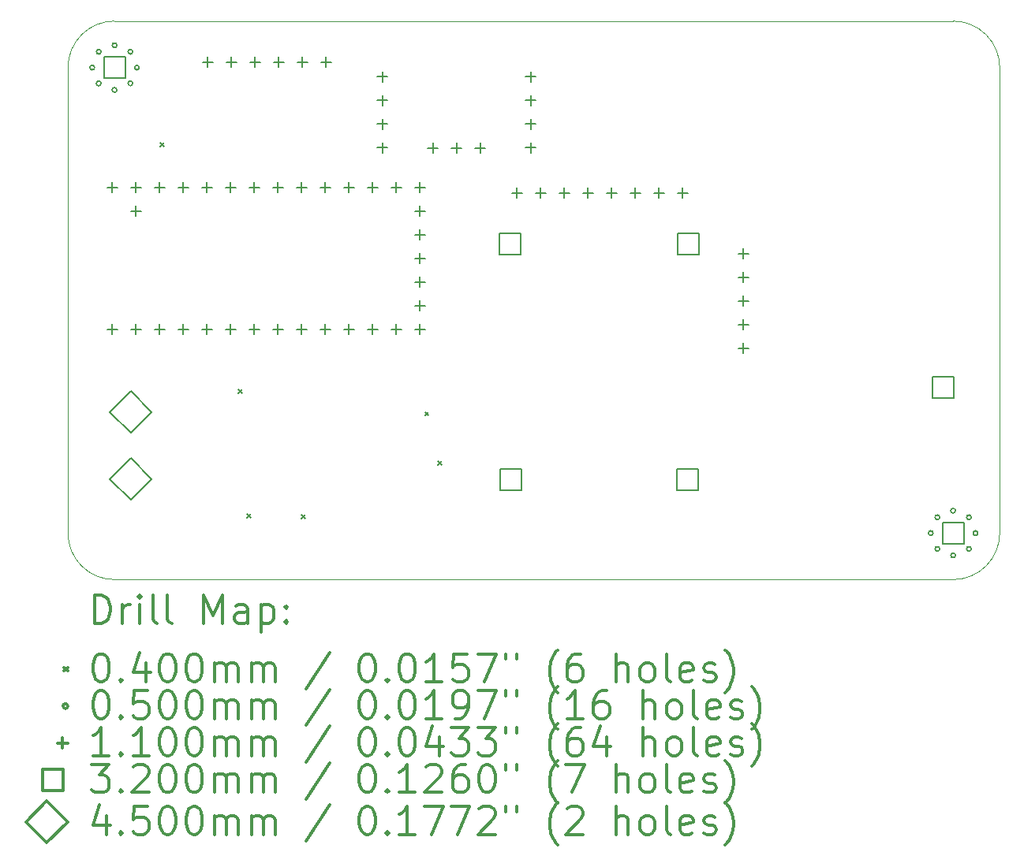
<source format=gbr>
%FSLAX45Y45*%
G04 Gerber Fmt 4.5, Leading zero omitted, Abs format (unit mm)*
G04 Created by KiCad (PCBNEW 5.1.10-88a1d61d58~88~ubuntu18.04.1) date 2021-05-26 13:38:08*
%MOMM*%
%LPD*%
G01*
G04 APERTURE LIST*
%TA.AperFunction,Profile*%
%ADD10C,0.050000*%
%TD*%
%ADD11C,0.200000*%
%ADD12C,0.300000*%
G04 APERTURE END LIST*
D10*
X13500000Y-9000000D02*
G75*
G02*
X13000000Y-9500000I-500000J0D01*
G01*
X4000000Y-9500000D02*
G75*
G02*
X3500000Y-9000000I0J500000D01*
G01*
X3500000Y-4000000D02*
G75*
G02*
X4000000Y-3500000I500000J0D01*
G01*
X13000000Y-3500000D02*
G75*
G02*
X13500000Y-4000000I0J-500000D01*
G01*
X3500000Y-9000000D02*
X3500000Y-4000000D01*
X13000000Y-9500000D02*
X4000000Y-9500000D01*
X13500000Y-4000000D02*
X13500000Y-9000000D01*
X4000000Y-3500000D02*
X13000000Y-3500000D01*
D11*
X4490002Y-4805000D02*
X4530002Y-4845000D01*
X4530002Y-4805000D02*
X4490002Y-4845000D01*
X5330000Y-7455000D02*
X5370000Y-7495000D01*
X5370000Y-7455000D02*
X5330000Y-7495000D01*
X5423749Y-8796251D02*
X5463749Y-8836251D01*
X5463749Y-8796251D02*
X5423749Y-8836251D01*
X6006250Y-8801250D02*
X6046250Y-8841250D01*
X6046250Y-8801250D02*
X6006250Y-8841250D01*
X7331250Y-7698750D02*
X7371250Y-7738750D01*
X7371250Y-7698750D02*
X7331250Y-7738750D01*
X7470000Y-8230000D02*
X7510000Y-8270000D01*
X7510000Y-8230000D02*
X7470000Y-8270000D01*
X3785000Y-4000000D02*
G75*
G03*
X3785000Y-4000000I-25000J0D01*
G01*
X3855294Y-3830294D02*
G75*
G03*
X3855294Y-3830294I-25000J0D01*
G01*
X3855294Y-4169706D02*
G75*
G03*
X3855294Y-4169706I-25000J0D01*
G01*
X4025000Y-3760000D02*
G75*
G03*
X4025000Y-3760000I-25000J0D01*
G01*
X4025000Y-4240000D02*
G75*
G03*
X4025000Y-4240000I-25000J0D01*
G01*
X4194706Y-3830294D02*
G75*
G03*
X4194706Y-3830294I-25000J0D01*
G01*
X4194706Y-4169706D02*
G75*
G03*
X4194706Y-4169706I-25000J0D01*
G01*
X4265000Y-4000000D02*
G75*
G03*
X4265000Y-4000000I-25000J0D01*
G01*
X12785000Y-9000000D02*
G75*
G03*
X12785000Y-9000000I-25000J0D01*
G01*
X12855294Y-8830294D02*
G75*
G03*
X12855294Y-8830294I-25000J0D01*
G01*
X12855294Y-9169706D02*
G75*
G03*
X12855294Y-9169706I-25000J0D01*
G01*
X13025000Y-8760000D02*
G75*
G03*
X13025000Y-8760000I-25000J0D01*
G01*
X13025000Y-9240000D02*
G75*
G03*
X13025000Y-9240000I-25000J0D01*
G01*
X13194706Y-8830294D02*
G75*
G03*
X13194706Y-8830294I-25000J0D01*
G01*
X13194706Y-9169706D02*
G75*
G03*
X13194706Y-9169706I-25000J0D01*
G01*
X13265000Y-9000000D02*
G75*
G03*
X13265000Y-9000000I-25000J0D01*
G01*
X3974000Y-5233000D02*
X3974000Y-5343000D01*
X3919000Y-5288000D02*
X4029000Y-5288000D01*
X3974000Y-6757000D02*
X3974000Y-6867000D01*
X3919000Y-6812000D02*
X4029000Y-6812000D01*
X4228000Y-5233000D02*
X4228000Y-5343000D01*
X4173000Y-5288000D02*
X4283000Y-5288000D01*
X4228000Y-5487000D02*
X4228000Y-5597000D01*
X4173000Y-5542000D02*
X4283000Y-5542000D01*
X4228000Y-6757000D02*
X4228000Y-6867000D01*
X4173000Y-6812000D02*
X4283000Y-6812000D01*
X4482000Y-5233000D02*
X4482000Y-5343000D01*
X4427000Y-5288000D02*
X4537000Y-5288000D01*
X4482000Y-6757000D02*
X4482000Y-6867000D01*
X4427000Y-6812000D02*
X4537000Y-6812000D01*
X4736000Y-5233000D02*
X4736000Y-5343000D01*
X4681000Y-5288000D02*
X4791000Y-5288000D01*
X4736000Y-6757000D02*
X4736000Y-6867000D01*
X4681000Y-6812000D02*
X4791000Y-6812000D01*
X4990000Y-5233000D02*
X4990000Y-5343000D01*
X4935000Y-5288000D02*
X5045000Y-5288000D01*
X4990000Y-6757000D02*
X4990000Y-6867000D01*
X4935000Y-6812000D02*
X5045000Y-6812000D01*
X5000000Y-3884000D02*
X5000000Y-3994000D01*
X4945000Y-3939000D02*
X5055000Y-3939000D01*
X5244000Y-5233000D02*
X5244000Y-5343000D01*
X5189000Y-5288000D02*
X5299000Y-5288000D01*
X5244000Y-6757000D02*
X5244000Y-6867000D01*
X5189000Y-6812000D02*
X5299000Y-6812000D01*
X5254000Y-3884000D02*
X5254000Y-3994000D01*
X5199000Y-3939000D02*
X5309000Y-3939000D01*
X5498000Y-5233000D02*
X5498000Y-5343000D01*
X5443000Y-5288000D02*
X5553000Y-5288000D01*
X5498000Y-6757000D02*
X5498000Y-6867000D01*
X5443000Y-6812000D02*
X5553000Y-6812000D01*
X5508000Y-3884000D02*
X5508000Y-3994000D01*
X5453000Y-3939000D02*
X5563000Y-3939000D01*
X5752000Y-5233000D02*
X5752000Y-5343000D01*
X5697000Y-5288000D02*
X5807000Y-5288000D01*
X5752000Y-6757000D02*
X5752000Y-6867000D01*
X5697000Y-6812000D02*
X5807000Y-6812000D01*
X5762000Y-3884000D02*
X5762000Y-3994000D01*
X5707000Y-3939000D02*
X5817000Y-3939000D01*
X6006000Y-5233000D02*
X6006000Y-5343000D01*
X5951000Y-5288000D02*
X6061000Y-5288000D01*
X6006000Y-6757000D02*
X6006000Y-6867000D01*
X5951000Y-6812000D02*
X6061000Y-6812000D01*
X6016000Y-3884000D02*
X6016000Y-3994000D01*
X5961000Y-3939000D02*
X6071000Y-3939000D01*
X6260000Y-5233000D02*
X6260000Y-5343000D01*
X6205000Y-5288000D02*
X6315000Y-5288000D01*
X6260000Y-6757000D02*
X6260000Y-6867000D01*
X6205000Y-6812000D02*
X6315000Y-6812000D01*
X6270000Y-3884000D02*
X6270000Y-3994000D01*
X6215000Y-3939000D02*
X6325000Y-3939000D01*
X6514000Y-5233000D02*
X6514000Y-5343000D01*
X6459000Y-5288000D02*
X6569000Y-5288000D01*
X6514000Y-6757000D02*
X6514000Y-6867000D01*
X6459000Y-6812000D02*
X6569000Y-6812000D01*
X6768000Y-5233000D02*
X6768000Y-5343000D01*
X6713000Y-5288000D02*
X6823000Y-5288000D01*
X6768000Y-6757000D02*
X6768000Y-6867000D01*
X6713000Y-6812000D02*
X6823000Y-6812000D01*
X6873000Y-4042000D02*
X6873000Y-4152000D01*
X6818000Y-4097000D02*
X6928000Y-4097000D01*
X6873000Y-4296000D02*
X6873000Y-4406000D01*
X6818000Y-4351000D02*
X6928000Y-4351000D01*
X6873000Y-4550000D02*
X6873000Y-4660000D01*
X6818000Y-4605000D02*
X6928000Y-4605000D01*
X6873000Y-4804000D02*
X6873000Y-4914000D01*
X6818000Y-4859000D02*
X6928000Y-4859000D01*
X7022000Y-5233000D02*
X7022000Y-5343000D01*
X6967000Y-5288000D02*
X7077000Y-5288000D01*
X7022000Y-6757000D02*
X7022000Y-6867000D01*
X6967000Y-6812000D02*
X7077000Y-6812000D01*
X7276000Y-5233000D02*
X7276000Y-5343000D01*
X7221000Y-5288000D02*
X7331000Y-5288000D01*
X7276000Y-5487000D02*
X7276000Y-5597000D01*
X7221000Y-5542000D02*
X7331000Y-5542000D01*
X7276000Y-5741000D02*
X7276000Y-5851000D01*
X7221000Y-5796000D02*
X7331000Y-5796000D01*
X7276000Y-5995000D02*
X7276000Y-6105000D01*
X7221000Y-6050000D02*
X7331000Y-6050000D01*
X7276000Y-6249000D02*
X7276000Y-6359000D01*
X7221000Y-6304000D02*
X7331000Y-6304000D01*
X7276000Y-6503000D02*
X7276000Y-6613000D01*
X7221000Y-6558000D02*
X7331000Y-6558000D01*
X7276000Y-6757000D02*
X7276000Y-6867000D01*
X7221000Y-6812000D02*
X7331000Y-6812000D01*
X7416000Y-4809000D02*
X7416000Y-4919000D01*
X7361000Y-4864000D02*
X7471000Y-4864000D01*
X7670000Y-4809000D02*
X7670000Y-4919000D01*
X7615000Y-4864000D02*
X7725000Y-4864000D01*
X7924000Y-4809000D02*
X7924000Y-4919000D01*
X7869000Y-4864000D02*
X7979000Y-4864000D01*
X8319500Y-5291000D02*
X8319500Y-5401000D01*
X8264500Y-5346000D02*
X8374500Y-5346000D01*
X8467000Y-4042000D02*
X8467000Y-4152000D01*
X8412000Y-4097000D02*
X8522000Y-4097000D01*
X8467000Y-4296000D02*
X8467000Y-4406000D01*
X8412000Y-4351000D02*
X8522000Y-4351000D01*
X8467000Y-4550000D02*
X8467000Y-4660000D01*
X8412000Y-4605000D02*
X8522000Y-4605000D01*
X8467000Y-4804000D02*
X8467000Y-4914000D01*
X8412000Y-4859000D02*
X8522000Y-4859000D01*
X8573500Y-5291000D02*
X8573500Y-5401000D01*
X8518500Y-5346000D02*
X8628500Y-5346000D01*
X8827500Y-5291000D02*
X8827500Y-5401000D01*
X8772500Y-5346000D02*
X8882500Y-5346000D01*
X9081500Y-5291000D02*
X9081500Y-5401000D01*
X9026500Y-5346000D02*
X9136500Y-5346000D01*
X9335500Y-5291000D02*
X9335500Y-5401000D01*
X9280500Y-5346000D02*
X9390500Y-5346000D01*
X9589500Y-5291000D02*
X9589500Y-5401000D01*
X9534500Y-5346000D02*
X9644500Y-5346000D01*
X9843500Y-5291000D02*
X9843500Y-5401000D01*
X9788500Y-5346000D02*
X9898500Y-5346000D01*
X10097500Y-5291000D02*
X10097500Y-5401000D01*
X10042500Y-5346000D02*
X10152500Y-5346000D01*
X10748000Y-5943000D02*
X10748000Y-6053000D01*
X10693000Y-5998000D02*
X10803000Y-5998000D01*
X10748000Y-6197000D02*
X10748000Y-6307000D01*
X10693000Y-6252000D02*
X10803000Y-6252000D01*
X10748000Y-6451000D02*
X10748000Y-6561000D01*
X10693000Y-6506000D02*
X10803000Y-6506000D01*
X10748000Y-6705000D02*
X10748000Y-6815000D01*
X10693000Y-6760000D02*
X10803000Y-6760000D01*
X10748000Y-6959000D02*
X10748000Y-7069000D01*
X10693000Y-7014000D02*
X10803000Y-7014000D01*
X4113138Y-4113138D02*
X4113138Y-3886862D01*
X3886862Y-3886862D01*
X3886862Y-4113138D01*
X4113138Y-4113138D01*
X8355638Y-6006138D02*
X8355638Y-5779862D01*
X8129362Y-5779862D01*
X8129362Y-6006138D01*
X8355638Y-6006138D01*
X8365638Y-8540138D02*
X8365638Y-8313862D01*
X8139362Y-8313862D01*
X8139362Y-8540138D01*
X8365638Y-8540138D01*
X10260638Y-8540138D02*
X10260638Y-8313862D01*
X10034362Y-8313862D01*
X10034362Y-8540138D01*
X10260638Y-8540138D01*
X10270638Y-6006138D02*
X10270638Y-5779862D01*
X10044362Y-5779862D01*
X10044362Y-6006138D01*
X10270638Y-6006138D01*
X13007138Y-7549138D02*
X13007138Y-7322862D01*
X12780862Y-7322862D01*
X12780862Y-7549138D01*
X13007138Y-7549138D01*
X13113138Y-9113138D02*
X13113138Y-8886862D01*
X12886862Y-8886862D01*
X12886862Y-9113138D01*
X13113138Y-9113138D01*
X4175000Y-7925000D02*
X4400000Y-7700000D01*
X4175000Y-7475000D01*
X3950000Y-7700000D01*
X4175000Y-7925000D01*
X4175000Y-8645000D02*
X4400000Y-8420000D01*
X4175000Y-8195000D01*
X3950000Y-8420000D01*
X4175000Y-8645000D01*
D12*
X3783928Y-9968214D02*
X3783928Y-9668214D01*
X3855357Y-9668214D01*
X3898214Y-9682500D01*
X3926786Y-9711072D01*
X3941071Y-9739643D01*
X3955357Y-9796786D01*
X3955357Y-9839643D01*
X3941071Y-9896786D01*
X3926786Y-9925357D01*
X3898214Y-9953929D01*
X3855357Y-9968214D01*
X3783928Y-9968214D01*
X4083928Y-9968214D02*
X4083928Y-9768214D01*
X4083928Y-9825357D02*
X4098214Y-9796786D01*
X4112500Y-9782500D01*
X4141071Y-9768214D01*
X4169643Y-9768214D01*
X4269643Y-9968214D02*
X4269643Y-9768214D01*
X4269643Y-9668214D02*
X4255357Y-9682500D01*
X4269643Y-9696786D01*
X4283928Y-9682500D01*
X4269643Y-9668214D01*
X4269643Y-9696786D01*
X4455357Y-9968214D02*
X4426786Y-9953929D01*
X4412500Y-9925357D01*
X4412500Y-9668214D01*
X4612500Y-9968214D02*
X4583928Y-9953929D01*
X4569643Y-9925357D01*
X4569643Y-9668214D01*
X4955357Y-9968214D02*
X4955357Y-9668214D01*
X5055357Y-9882500D01*
X5155357Y-9668214D01*
X5155357Y-9968214D01*
X5426786Y-9968214D02*
X5426786Y-9811072D01*
X5412500Y-9782500D01*
X5383928Y-9768214D01*
X5326786Y-9768214D01*
X5298214Y-9782500D01*
X5426786Y-9953929D02*
X5398214Y-9968214D01*
X5326786Y-9968214D01*
X5298214Y-9953929D01*
X5283928Y-9925357D01*
X5283928Y-9896786D01*
X5298214Y-9868214D01*
X5326786Y-9853929D01*
X5398214Y-9853929D01*
X5426786Y-9839643D01*
X5569643Y-9768214D02*
X5569643Y-10068214D01*
X5569643Y-9782500D02*
X5598214Y-9768214D01*
X5655357Y-9768214D01*
X5683928Y-9782500D01*
X5698214Y-9796786D01*
X5712500Y-9825357D01*
X5712500Y-9911072D01*
X5698214Y-9939643D01*
X5683928Y-9953929D01*
X5655357Y-9968214D01*
X5598214Y-9968214D01*
X5569643Y-9953929D01*
X5841071Y-9939643D02*
X5855357Y-9953929D01*
X5841071Y-9968214D01*
X5826786Y-9953929D01*
X5841071Y-9939643D01*
X5841071Y-9968214D01*
X5841071Y-9782500D02*
X5855357Y-9796786D01*
X5841071Y-9811072D01*
X5826786Y-9796786D01*
X5841071Y-9782500D01*
X5841071Y-9811072D01*
X3457500Y-10442500D02*
X3497500Y-10482500D01*
X3497500Y-10442500D02*
X3457500Y-10482500D01*
X3841071Y-10298214D02*
X3869643Y-10298214D01*
X3898214Y-10312500D01*
X3912500Y-10326786D01*
X3926786Y-10355357D01*
X3941071Y-10412500D01*
X3941071Y-10483929D01*
X3926786Y-10541072D01*
X3912500Y-10569643D01*
X3898214Y-10583929D01*
X3869643Y-10598214D01*
X3841071Y-10598214D01*
X3812500Y-10583929D01*
X3798214Y-10569643D01*
X3783928Y-10541072D01*
X3769643Y-10483929D01*
X3769643Y-10412500D01*
X3783928Y-10355357D01*
X3798214Y-10326786D01*
X3812500Y-10312500D01*
X3841071Y-10298214D01*
X4069643Y-10569643D02*
X4083928Y-10583929D01*
X4069643Y-10598214D01*
X4055357Y-10583929D01*
X4069643Y-10569643D01*
X4069643Y-10598214D01*
X4341071Y-10398214D02*
X4341071Y-10598214D01*
X4269643Y-10283929D02*
X4198214Y-10498214D01*
X4383928Y-10498214D01*
X4555357Y-10298214D02*
X4583928Y-10298214D01*
X4612500Y-10312500D01*
X4626786Y-10326786D01*
X4641071Y-10355357D01*
X4655357Y-10412500D01*
X4655357Y-10483929D01*
X4641071Y-10541072D01*
X4626786Y-10569643D01*
X4612500Y-10583929D01*
X4583928Y-10598214D01*
X4555357Y-10598214D01*
X4526786Y-10583929D01*
X4512500Y-10569643D01*
X4498214Y-10541072D01*
X4483928Y-10483929D01*
X4483928Y-10412500D01*
X4498214Y-10355357D01*
X4512500Y-10326786D01*
X4526786Y-10312500D01*
X4555357Y-10298214D01*
X4841071Y-10298214D02*
X4869643Y-10298214D01*
X4898214Y-10312500D01*
X4912500Y-10326786D01*
X4926786Y-10355357D01*
X4941071Y-10412500D01*
X4941071Y-10483929D01*
X4926786Y-10541072D01*
X4912500Y-10569643D01*
X4898214Y-10583929D01*
X4869643Y-10598214D01*
X4841071Y-10598214D01*
X4812500Y-10583929D01*
X4798214Y-10569643D01*
X4783928Y-10541072D01*
X4769643Y-10483929D01*
X4769643Y-10412500D01*
X4783928Y-10355357D01*
X4798214Y-10326786D01*
X4812500Y-10312500D01*
X4841071Y-10298214D01*
X5069643Y-10598214D02*
X5069643Y-10398214D01*
X5069643Y-10426786D02*
X5083928Y-10412500D01*
X5112500Y-10398214D01*
X5155357Y-10398214D01*
X5183928Y-10412500D01*
X5198214Y-10441072D01*
X5198214Y-10598214D01*
X5198214Y-10441072D02*
X5212500Y-10412500D01*
X5241071Y-10398214D01*
X5283928Y-10398214D01*
X5312500Y-10412500D01*
X5326786Y-10441072D01*
X5326786Y-10598214D01*
X5469643Y-10598214D02*
X5469643Y-10398214D01*
X5469643Y-10426786D02*
X5483928Y-10412500D01*
X5512500Y-10398214D01*
X5555357Y-10398214D01*
X5583928Y-10412500D01*
X5598214Y-10441072D01*
X5598214Y-10598214D01*
X5598214Y-10441072D02*
X5612500Y-10412500D01*
X5641071Y-10398214D01*
X5683928Y-10398214D01*
X5712500Y-10412500D01*
X5726786Y-10441072D01*
X5726786Y-10598214D01*
X6312500Y-10283929D02*
X6055357Y-10669643D01*
X6698214Y-10298214D02*
X6726786Y-10298214D01*
X6755357Y-10312500D01*
X6769643Y-10326786D01*
X6783928Y-10355357D01*
X6798214Y-10412500D01*
X6798214Y-10483929D01*
X6783928Y-10541072D01*
X6769643Y-10569643D01*
X6755357Y-10583929D01*
X6726786Y-10598214D01*
X6698214Y-10598214D01*
X6669643Y-10583929D01*
X6655357Y-10569643D01*
X6641071Y-10541072D01*
X6626786Y-10483929D01*
X6626786Y-10412500D01*
X6641071Y-10355357D01*
X6655357Y-10326786D01*
X6669643Y-10312500D01*
X6698214Y-10298214D01*
X6926786Y-10569643D02*
X6941071Y-10583929D01*
X6926786Y-10598214D01*
X6912500Y-10583929D01*
X6926786Y-10569643D01*
X6926786Y-10598214D01*
X7126786Y-10298214D02*
X7155357Y-10298214D01*
X7183928Y-10312500D01*
X7198214Y-10326786D01*
X7212500Y-10355357D01*
X7226786Y-10412500D01*
X7226786Y-10483929D01*
X7212500Y-10541072D01*
X7198214Y-10569643D01*
X7183928Y-10583929D01*
X7155357Y-10598214D01*
X7126786Y-10598214D01*
X7098214Y-10583929D01*
X7083928Y-10569643D01*
X7069643Y-10541072D01*
X7055357Y-10483929D01*
X7055357Y-10412500D01*
X7069643Y-10355357D01*
X7083928Y-10326786D01*
X7098214Y-10312500D01*
X7126786Y-10298214D01*
X7512500Y-10598214D02*
X7341071Y-10598214D01*
X7426786Y-10598214D02*
X7426786Y-10298214D01*
X7398214Y-10341072D01*
X7369643Y-10369643D01*
X7341071Y-10383929D01*
X7783928Y-10298214D02*
X7641071Y-10298214D01*
X7626786Y-10441072D01*
X7641071Y-10426786D01*
X7669643Y-10412500D01*
X7741071Y-10412500D01*
X7769643Y-10426786D01*
X7783928Y-10441072D01*
X7798214Y-10469643D01*
X7798214Y-10541072D01*
X7783928Y-10569643D01*
X7769643Y-10583929D01*
X7741071Y-10598214D01*
X7669643Y-10598214D01*
X7641071Y-10583929D01*
X7626786Y-10569643D01*
X7898214Y-10298214D02*
X8098214Y-10298214D01*
X7969643Y-10598214D01*
X8198214Y-10298214D02*
X8198214Y-10355357D01*
X8312500Y-10298214D02*
X8312500Y-10355357D01*
X8755357Y-10712500D02*
X8741071Y-10698214D01*
X8712500Y-10655357D01*
X8698214Y-10626786D01*
X8683928Y-10583929D01*
X8669643Y-10512500D01*
X8669643Y-10455357D01*
X8683928Y-10383929D01*
X8698214Y-10341072D01*
X8712500Y-10312500D01*
X8741071Y-10269643D01*
X8755357Y-10255357D01*
X8998214Y-10298214D02*
X8941071Y-10298214D01*
X8912500Y-10312500D01*
X8898214Y-10326786D01*
X8869643Y-10369643D01*
X8855357Y-10426786D01*
X8855357Y-10541072D01*
X8869643Y-10569643D01*
X8883928Y-10583929D01*
X8912500Y-10598214D01*
X8969643Y-10598214D01*
X8998214Y-10583929D01*
X9012500Y-10569643D01*
X9026786Y-10541072D01*
X9026786Y-10469643D01*
X9012500Y-10441072D01*
X8998214Y-10426786D01*
X8969643Y-10412500D01*
X8912500Y-10412500D01*
X8883928Y-10426786D01*
X8869643Y-10441072D01*
X8855357Y-10469643D01*
X9383928Y-10598214D02*
X9383928Y-10298214D01*
X9512500Y-10598214D02*
X9512500Y-10441072D01*
X9498214Y-10412500D01*
X9469643Y-10398214D01*
X9426786Y-10398214D01*
X9398214Y-10412500D01*
X9383928Y-10426786D01*
X9698214Y-10598214D02*
X9669643Y-10583929D01*
X9655357Y-10569643D01*
X9641071Y-10541072D01*
X9641071Y-10455357D01*
X9655357Y-10426786D01*
X9669643Y-10412500D01*
X9698214Y-10398214D01*
X9741071Y-10398214D01*
X9769643Y-10412500D01*
X9783928Y-10426786D01*
X9798214Y-10455357D01*
X9798214Y-10541072D01*
X9783928Y-10569643D01*
X9769643Y-10583929D01*
X9741071Y-10598214D01*
X9698214Y-10598214D01*
X9969643Y-10598214D02*
X9941071Y-10583929D01*
X9926786Y-10555357D01*
X9926786Y-10298214D01*
X10198214Y-10583929D02*
X10169643Y-10598214D01*
X10112500Y-10598214D01*
X10083928Y-10583929D01*
X10069643Y-10555357D01*
X10069643Y-10441072D01*
X10083928Y-10412500D01*
X10112500Y-10398214D01*
X10169643Y-10398214D01*
X10198214Y-10412500D01*
X10212500Y-10441072D01*
X10212500Y-10469643D01*
X10069643Y-10498214D01*
X10326786Y-10583929D02*
X10355357Y-10598214D01*
X10412500Y-10598214D01*
X10441071Y-10583929D01*
X10455357Y-10555357D01*
X10455357Y-10541072D01*
X10441071Y-10512500D01*
X10412500Y-10498214D01*
X10369643Y-10498214D01*
X10341071Y-10483929D01*
X10326786Y-10455357D01*
X10326786Y-10441072D01*
X10341071Y-10412500D01*
X10369643Y-10398214D01*
X10412500Y-10398214D01*
X10441071Y-10412500D01*
X10555357Y-10712500D02*
X10569643Y-10698214D01*
X10598214Y-10655357D01*
X10612500Y-10626786D01*
X10626786Y-10583929D01*
X10641071Y-10512500D01*
X10641071Y-10455357D01*
X10626786Y-10383929D01*
X10612500Y-10341072D01*
X10598214Y-10312500D01*
X10569643Y-10269643D01*
X10555357Y-10255357D01*
X3497500Y-10858500D02*
G75*
G03*
X3497500Y-10858500I-25000J0D01*
G01*
X3841071Y-10694214D02*
X3869643Y-10694214D01*
X3898214Y-10708500D01*
X3912500Y-10722786D01*
X3926786Y-10751357D01*
X3941071Y-10808500D01*
X3941071Y-10879929D01*
X3926786Y-10937072D01*
X3912500Y-10965643D01*
X3898214Y-10979929D01*
X3869643Y-10994214D01*
X3841071Y-10994214D01*
X3812500Y-10979929D01*
X3798214Y-10965643D01*
X3783928Y-10937072D01*
X3769643Y-10879929D01*
X3769643Y-10808500D01*
X3783928Y-10751357D01*
X3798214Y-10722786D01*
X3812500Y-10708500D01*
X3841071Y-10694214D01*
X4069643Y-10965643D02*
X4083928Y-10979929D01*
X4069643Y-10994214D01*
X4055357Y-10979929D01*
X4069643Y-10965643D01*
X4069643Y-10994214D01*
X4355357Y-10694214D02*
X4212500Y-10694214D01*
X4198214Y-10837072D01*
X4212500Y-10822786D01*
X4241071Y-10808500D01*
X4312500Y-10808500D01*
X4341071Y-10822786D01*
X4355357Y-10837072D01*
X4369643Y-10865643D01*
X4369643Y-10937072D01*
X4355357Y-10965643D01*
X4341071Y-10979929D01*
X4312500Y-10994214D01*
X4241071Y-10994214D01*
X4212500Y-10979929D01*
X4198214Y-10965643D01*
X4555357Y-10694214D02*
X4583928Y-10694214D01*
X4612500Y-10708500D01*
X4626786Y-10722786D01*
X4641071Y-10751357D01*
X4655357Y-10808500D01*
X4655357Y-10879929D01*
X4641071Y-10937072D01*
X4626786Y-10965643D01*
X4612500Y-10979929D01*
X4583928Y-10994214D01*
X4555357Y-10994214D01*
X4526786Y-10979929D01*
X4512500Y-10965643D01*
X4498214Y-10937072D01*
X4483928Y-10879929D01*
X4483928Y-10808500D01*
X4498214Y-10751357D01*
X4512500Y-10722786D01*
X4526786Y-10708500D01*
X4555357Y-10694214D01*
X4841071Y-10694214D02*
X4869643Y-10694214D01*
X4898214Y-10708500D01*
X4912500Y-10722786D01*
X4926786Y-10751357D01*
X4941071Y-10808500D01*
X4941071Y-10879929D01*
X4926786Y-10937072D01*
X4912500Y-10965643D01*
X4898214Y-10979929D01*
X4869643Y-10994214D01*
X4841071Y-10994214D01*
X4812500Y-10979929D01*
X4798214Y-10965643D01*
X4783928Y-10937072D01*
X4769643Y-10879929D01*
X4769643Y-10808500D01*
X4783928Y-10751357D01*
X4798214Y-10722786D01*
X4812500Y-10708500D01*
X4841071Y-10694214D01*
X5069643Y-10994214D02*
X5069643Y-10794214D01*
X5069643Y-10822786D02*
X5083928Y-10808500D01*
X5112500Y-10794214D01*
X5155357Y-10794214D01*
X5183928Y-10808500D01*
X5198214Y-10837072D01*
X5198214Y-10994214D01*
X5198214Y-10837072D02*
X5212500Y-10808500D01*
X5241071Y-10794214D01*
X5283928Y-10794214D01*
X5312500Y-10808500D01*
X5326786Y-10837072D01*
X5326786Y-10994214D01*
X5469643Y-10994214D02*
X5469643Y-10794214D01*
X5469643Y-10822786D02*
X5483928Y-10808500D01*
X5512500Y-10794214D01*
X5555357Y-10794214D01*
X5583928Y-10808500D01*
X5598214Y-10837072D01*
X5598214Y-10994214D01*
X5598214Y-10837072D02*
X5612500Y-10808500D01*
X5641071Y-10794214D01*
X5683928Y-10794214D01*
X5712500Y-10808500D01*
X5726786Y-10837072D01*
X5726786Y-10994214D01*
X6312500Y-10679929D02*
X6055357Y-11065643D01*
X6698214Y-10694214D02*
X6726786Y-10694214D01*
X6755357Y-10708500D01*
X6769643Y-10722786D01*
X6783928Y-10751357D01*
X6798214Y-10808500D01*
X6798214Y-10879929D01*
X6783928Y-10937072D01*
X6769643Y-10965643D01*
X6755357Y-10979929D01*
X6726786Y-10994214D01*
X6698214Y-10994214D01*
X6669643Y-10979929D01*
X6655357Y-10965643D01*
X6641071Y-10937072D01*
X6626786Y-10879929D01*
X6626786Y-10808500D01*
X6641071Y-10751357D01*
X6655357Y-10722786D01*
X6669643Y-10708500D01*
X6698214Y-10694214D01*
X6926786Y-10965643D02*
X6941071Y-10979929D01*
X6926786Y-10994214D01*
X6912500Y-10979929D01*
X6926786Y-10965643D01*
X6926786Y-10994214D01*
X7126786Y-10694214D02*
X7155357Y-10694214D01*
X7183928Y-10708500D01*
X7198214Y-10722786D01*
X7212500Y-10751357D01*
X7226786Y-10808500D01*
X7226786Y-10879929D01*
X7212500Y-10937072D01*
X7198214Y-10965643D01*
X7183928Y-10979929D01*
X7155357Y-10994214D01*
X7126786Y-10994214D01*
X7098214Y-10979929D01*
X7083928Y-10965643D01*
X7069643Y-10937072D01*
X7055357Y-10879929D01*
X7055357Y-10808500D01*
X7069643Y-10751357D01*
X7083928Y-10722786D01*
X7098214Y-10708500D01*
X7126786Y-10694214D01*
X7512500Y-10994214D02*
X7341071Y-10994214D01*
X7426786Y-10994214D02*
X7426786Y-10694214D01*
X7398214Y-10737072D01*
X7369643Y-10765643D01*
X7341071Y-10779929D01*
X7655357Y-10994214D02*
X7712500Y-10994214D01*
X7741071Y-10979929D01*
X7755357Y-10965643D01*
X7783928Y-10922786D01*
X7798214Y-10865643D01*
X7798214Y-10751357D01*
X7783928Y-10722786D01*
X7769643Y-10708500D01*
X7741071Y-10694214D01*
X7683928Y-10694214D01*
X7655357Y-10708500D01*
X7641071Y-10722786D01*
X7626786Y-10751357D01*
X7626786Y-10822786D01*
X7641071Y-10851357D01*
X7655357Y-10865643D01*
X7683928Y-10879929D01*
X7741071Y-10879929D01*
X7769643Y-10865643D01*
X7783928Y-10851357D01*
X7798214Y-10822786D01*
X7898214Y-10694214D02*
X8098214Y-10694214D01*
X7969643Y-10994214D01*
X8198214Y-10694214D02*
X8198214Y-10751357D01*
X8312500Y-10694214D02*
X8312500Y-10751357D01*
X8755357Y-11108500D02*
X8741071Y-11094214D01*
X8712500Y-11051357D01*
X8698214Y-11022786D01*
X8683928Y-10979929D01*
X8669643Y-10908500D01*
X8669643Y-10851357D01*
X8683928Y-10779929D01*
X8698214Y-10737072D01*
X8712500Y-10708500D01*
X8741071Y-10665643D01*
X8755357Y-10651357D01*
X9026786Y-10994214D02*
X8855357Y-10994214D01*
X8941071Y-10994214D02*
X8941071Y-10694214D01*
X8912500Y-10737072D01*
X8883928Y-10765643D01*
X8855357Y-10779929D01*
X9283928Y-10694214D02*
X9226786Y-10694214D01*
X9198214Y-10708500D01*
X9183928Y-10722786D01*
X9155357Y-10765643D01*
X9141071Y-10822786D01*
X9141071Y-10937072D01*
X9155357Y-10965643D01*
X9169643Y-10979929D01*
X9198214Y-10994214D01*
X9255357Y-10994214D01*
X9283928Y-10979929D01*
X9298214Y-10965643D01*
X9312500Y-10937072D01*
X9312500Y-10865643D01*
X9298214Y-10837072D01*
X9283928Y-10822786D01*
X9255357Y-10808500D01*
X9198214Y-10808500D01*
X9169643Y-10822786D01*
X9155357Y-10837072D01*
X9141071Y-10865643D01*
X9669643Y-10994214D02*
X9669643Y-10694214D01*
X9798214Y-10994214D02*
X9798214Y-10837072D01*
X9783928Y-10808500D01*
X9755357Y-10794214D01*
X9712500Y-10794214D01*
X9683928Y-10808500D01*
X9669643Y-10822786D01*
X9983928Y-10994214D02*
X9955357Y-10979929D01*
X9941071Y-10965643D01*
X9926786Y-10937072D01*
X9926786Y-10851357D01*
X9941071Y-10822786D01*
X9955357Y-10808500D01*
X9983928Y-10794214D01*
X10026786Y-10794214D01*
X10055357Y-10808500D01*
X10069643Y-10822786D01*
X10083928Y-10851357D01*
X10083928Y-10937072D01*
X10069643Y-10965643D01*
X10055357Y-10979929D01*
X10026786Y-10994214D01*
X9983928Y-10994214D01*
X10255357Y-10994214D02*
X10226786Y-10979929D01*
X10212500Y-10951357D01*
X10212500Y-10694214D01*
X10483928Y-10979929D02*
X10455357Y-10994214D01*
X10398214Y-10994214D01*
X10369643Y-10979929D01*
X10355357Y-10951357D01*
X10355357Y-10837072D01*
X10369643Y-10808500D01*
X10398214Y-10794214D01*
X10455357Y-10794214D01*
X10483928Y-10808500D01*
X10498214Y-10837072D01*
X10498214Y-10865643D01*
X10355357Y-10894214D01*
X10612500Y-10979929D02*
X10641071Y-10994214D01*
X10698214Y-10994214D01*
X10726786Y-10979929D01*
X10741071Y-10951357D01*
X10741071Y-10937072D01*
X10726786Y-10908500D01*
X10698214Y-10894214D01*
X10655357Y-10894214D01*
X10626786Y-10879929D01*
X10612500Y-10851357D01*
X10612500Y-10837072D01*
X10626786Y-10808500D01*
X10655357Y-10794214D01*
X10698214Y-10794214D01*
X10726786Y-10808500D01*
X10841071Y-11108500D02*
X10855357Y-11094214D01*
X10883928Y-11051357D01*
X10898214Y-11022786D01*
X10912500Y-10979929D01*
X10926786Y-10908500D01*
X10926786Y-10851357D01*
X10912500Y-10779929D01*
X10898214Y-10737072D01*
X10883928Y-10708500D01*
X10855357Y-10665643D01*
X10841071Y-10651357D01*
X3442500Y-11199500D02*
X3442500Y-11309500D01*
X3387500Y-11254500D02*
X3497500Y-11254500D01*
X3941071Y-11390214D02*
X3769643Y-11390214D01*
X3855357Y-11390214D02*
X3855357Y-11090214D01*
X3826786Y-11133072D01*
X3798214Y-11161643D01*
X3769643Y-11175929D01*
X4069643Y-11361643D02*
X4083928Y-11375929D01*
X4069643Y-11390214D01*
X4055357Y-11375929D01*
X4069643Y-11361643D01*
X4069643Y-11390214D01*
X4369643Y-11390214D02*
X4198214Y-11390214D01*
X4283928Y-11390214D02*
X4283928Y-11090214D01*
X4255357Y-11133072D01*
X4226786Y-11161643D01*
X4198214Y-11175929D01*
X4555357Y-11090214D02*
X4583928Y-11090214D01*
X4612500Y-11104500D01*
X4626786Y-11118786D01*
X4641071Y-11147357D01*
X4655357Y-11204500D01*
X4655357Y-11275929D01*
X4641071Y-11333071D01*
X4626786Y-11361643D01*
X4612500Y-11375929D01*
X4583928Y-11390214D01*
X4555357Y-11390214D01*
X4526786Y-11375929D01*
X4512500Y-11361643D01*
X4498214Y-11333071D01*
X4483928Y-11275929D01*
X4483928Y-11204500D01*
X4498214Y-11147357D01*
X4512500Y-11118786D01*
X4526786Y-11104500D01*
X4555357Y-11090214D01*
X4841071Y-11090214D02*
X4869643Y-11090214D01*
X4898214Y-11104500D01*
X4912500Y-11118786D01*
X4926786Y-11147357D01*
X4941071Y-11204500D01*
X4941071Y-11275929D01*
X4926786Y-11333071D01*
X4912500Y-11361643D01*
X4898214Y-11375929D01*
X4869643Y-11390214D01*
X4841071Y-11390214D01*
X4812500Y-11375929D01*
X4798214Y-11361643D01*
X4783928Y-11333071D01*
X4769643Y-11275929D01*
X4769643Y-11204500D01*
X4783928Y-11147357D01*
X4798214Y-11118786D01*
X4812500Y-11104500D01*
X4841071Y-11090214D01*
X5069643Y-11390214D02*
X5069643Y-11190214D01*
X5069643Y-11218786D02*
X5083928Y-11204500D01*
X5112500Y-11190214D01*
X5155357Y-11190214D01*
X5183928Y-11204500D01*
X5198214Y-11233071D01*
X5198214Y-11390214D01*
X5198214Y-11233071D02*
X5212500Y-11204500D01*
X5241071Y-11190214D01*
X5283928Y-11190214D01*
X5312500Y-11204500D01*
X5326786Y-11233071D01*
X5326786Y-11390214D01*
X5469643Y-11390214D02*
X5469643Y-11190214D01*
X5469643Y-11218786D02*
X5483928Y-11204500D01*
X5512500Y-11190214D01*
X5555357Y-11190214D01*
X5583928Y-11204500D01*
X5598214Y-11233071D01*
X5598214Y-11390214D01*
X5598214Y-11233071D02*
X5612500Y-11204500D01*
X5641071Y-11190214D01*
X5683928Y-11190214D01*
X5712500Y-11204500D01*
X5726786Y-11233071D01*
X5726786Y-11390214D01*
X6312500Y-11075929D02*
X6055357Y-11461643D01*
X6698214Y-11090214D02*
X6726786Y-11090214D01*
X6755357Y-11104500D01*
X6769643Y-11118786D01*
X6783928Y-11147357D01*
X6798214Y-11204500D01*
X6798214Y-11275929D01*
X6783928Y-11333071D01*
X6769643Y-11361643D01*
X6755357Y-11375929D01*
X6726786Y-11390214D01*
X6698214Y-11390214D01*
X6669643Y-11375929D01*
X6655357Y-11361643D01*
X6641071Y-11333071D01*
X6626786Y-11275929D01*
X6626786Y-11204500D01*
X6641071Y-11147357D01*
X6655357Y-11118786D01*
X6669643Y-11104500D01*
X6698214Y-11090214D01*
X6926786Y-11361643D02*
X6941071Y-11375929D01*
X6926786Y-11390214D01*
X6912500Y-11375929D01*
X6926786Y-11361643D01*
X6926786Y-11390214D01*
X7126786Y-11090214D02*
X7155357Y-11090214D01*
X7183928Y-11104500D01*
X7198214Y-11118786D01*
X7212500Y-11147357D01*
X7226786Y-11204500D01*
X7226786Y-11275929D01*
X7212500Y-11333071D01*
X7198214Y-11361643D01*
X7183928Y-11375929D01*
X7155357Y-11390214D01*
X7126786Y-11390214D01*
X7098214Y-11375929D01*
X7083928Y-11361643D01*
X7069643Y-11333071D01*
X7055357Y-11275929D01*
X7055357Y-11204500D01*
X7069643Y-11147357D01*
X7083928Y-11118786D01*
X7098214Y-11104500D01*
X7126786Y-11090214D01*
X7483928Y-11190214D02*
X7483928Y-11390214D01*
X7412500Y-11075929D02*
X7341071Y-11290214D01*
X7526786Y-11290214D01*
X7612500Y-11090214D02*
X7798214Y-11090214D01*
X7698214Y-11204500D01*
X7741071Y-11204500D01*
X7769643Y-11218786D01*
X7783928Y-11233071D01*
X7798214Y-11261643D01*
X7798214Y-11333071D01*
X7783928Y-11361643D01*
X7769643Y-11375929D01*
X7741071Y-11390214D01*
X7655357Y-11390214D01*
X7626786Y-11375929D01*
X7612500Y-11361643D01*
X7898214Y-11090214D02*
X8083928Y-11090214D01*
X7983928Y-11204500D01*
X8026786Y-11204500D01*
X8055357Y-11218786D01*
X8069643Y-11233071D01*
X8083928Y-11261643D01*
X8083928Y-11333071D01*
X8069643Y-11361643D01*
X8055357Y-11375929D01*
X8026786Y-11390214D01*
X7941071Y-11390214D01*
X7912500Y-11375929D01*
X7898214Y-11361643D01*
X8198214Y-11090214D02*
X8198214Y-11147357D01*
X8312500Y-11090214D02*
X8312500Y-11147357D01*
X8755357Y-11504500D02*
X8741071Y-11490214D01*
X8712500Y-11447357D01*
X8698214Y-11418786D01*
X8683928Y-11375929D01*
X8669643Y-11304500D01*
X8669643Y-11247357D01*
X8683928Y-11175929D01*
X8698214Y-11133072D01*
X8712500Y-11104500D01*
X8741071Y-11061643D01*
X8755357Y-11047357D01*
X8998214Y-11090214D02*
X8941071Y-11090214D01*
X8912500Y-11104500D01*
X8898214Y-11118786D01*
X8869643Y-11161643D01*
X8855357Y-11218786D01*
X8855357Y-11333071D01*
X8869643Y-11361643D01*
X8883928Y-11375929D01*
X8912500Y-11390214D01*
X8969643Y-11390214D01*
X8998214Y-11375929D01*
X9012500Y-11361643D01*
X9026786Y-11333071D01*
X9026786Y-11261643D01*
X9012500Y-11233071D01*
X8998214Y-11218786D01*
X8969643Y-11204500D01*
X8912500Y-11204500D01*
X8883928Y-11218786D01*
X8869643Y-11233071D01*
X8855357Y-11261643D01*
X9283928Y-11190214D02*
X9283928Y-11390214D01*
X9212500Y-11075929D02*
X9141071Y-11290214D01*
X9326786Y-11290214D01*
X9669643Y-11390214D02*
X9669643Y-11090214D01*
X9798214Y-11390214D02*
X9798214Y-11233071D01*
X9783928Y-11204500D01*
X9755357Y-11190214D01*
X9712500Y-11190214D01*
X9683928Y-11204500D01*
X9669643Y-11218786D01*
X9983928Y-11390214D02*
X9955357Y-11375929D01*
X9941071Y-11361643D01*
X9926786Y-11333071D01*
X9926786Y-11247357D01*
X9941071Y-11218786D01*
X9955357Y-11204500D01*
X9983928Y-11190214D01*
X10026786Y-11190214D01*
X10055357Y-11204500D01*
X10069643Y-11218786D01*
X10083928Y-11247357D01*
X10083928Y-11333071D01*
X10069643Y-11361643D01*
X10055357Y-11375929D01*
X10026786Y-11390214D01*
X9983928Y-11390214D01*
X10255357Y-11390214D02*
X10226786Y-11375929D01*
X10212500Y-11347357D01*
X10212500Y-11090214D01*
X10483928Y-11375929D02*
X10455357Y-11390214D01*
X10398214Y-11390214D01*
X10369643Y-11375929D01*
X10355357Y-11347357D01*
X10355357Y-11233071D01*
X10369643Y-11204500D01*
X10398214Y-11190214D01*
X10455357Y-11190214D01*
X10483928Y-11204500D01*
X10498214Y-11233071D01*
X10498214Y-11261643D01*
X10355357Y-11290214D01*
X10612500Y-11375929D02*
X10641071Y-11390214D01*
X10698214Y-11390214D01*
X10726786Y-11375929D01*
X10741071Y-11347357D01*
X10741071Y-11333071D01*
X10726786Y-11304500D01*
X10698214Y-11290214D01*
X10655357Y-11290214D01*
X10626786Y-11275929D01*
X10612500Y-11247357D01*
X10612500Y-11233071D01*
X10626786Y-11204500D01*
X10655357Y-11190214D01*
X10698214Y-11190214D01*
X10726786Y-11204500D01*
X10841071Y-11504500D02*
X10855357Y-11490214D01*
X10883928Y-11447357D01*
X10898214Y-11418786D01*
X10912500Y-11375929D01*
X10926786Y-11304500D01*
X10926786Y-11247357D01*
X10912500Y-11175929D01*
X10898214Y-11133072D01*
X10883928Y-11104500D01*
X10855357Y-11061643D01*
X10841071Y-11047357D01*
X3450638Y-11763638D02*
X3450638Y-11537362D01*
X3224362Y-11537362D01*
X3224362Y-11763638D01*
X3450638Y-11763638D01*
X3755357Y-11486214D02*
X3941071Y-11486214D01*
X3841071Y-11600500D01*
X3883928Y-11600500D01*
X3912500Y-11614786D01*
X3926786Y-11629071D01*
X3941071Y-11657643D01*
X3941071Y-11729071D01*
X3926786Y-11757643D01*
X3912500Y-11771929D01*
X3883928Y-11786214D01*
X3798214Y-11786214D01*
X3769643Y-11771929D01*
X3755357Y-11757643D01*
X4069643Y-11757643D02*
X4083928Y-11771929D01*
X4069643Y-11786214D01*
X4055357Y-11771929D01*
X4069643Y-11757643D01*
X4069643Y-11786214D01*
X4198214Y-11514786D02*
X4212500Y-11500500D01*
X4241071Y-11486214D01*
X4312500Y-11486214D01*
X4341071Y-11500500D01*
X4355357Y-11514786D01*
X4369643Y-11543357D01*
X4369643Y-11571929D01*
X4355357Y-11614786D01*
X4183928Y-11786214D01*
X4369643Y-11786214D01*
X4555357Y-11486214D02*
X4583928Y-11486214D01*
X4612500Y-11500500D01*
X4626786Y-11514786D01*
X4641071Y-11543357D01*
X4655357Y-11600500D01*
X4655357Y-11671929D01*
X4641071Y-11729071D01*
X4626786Y-11757643D01*
X4612500Y-11771929D01*
X4583928Y-11786214D01*
X4555357Y-11786214D01*
X4526786Y-11771929D01*
X4512500Y-11757643D01*
X4498214Y-11729071D01*
X4483928Y-11671929D01*
X4483928Y-11600500D01*
X4498214Y-11543357D01*
X4512500Y-11514786D01*
X4526786Y-11500500D01*
X4555357Y-11486214D01*
X4841071Y-11486214D02*
X4869643Y-11486214D01*
X4898214Y-11500500D01*
X4912500Y-11514786D01*
X4926786Y-11543357D01*
X4941071Y-11600500D01*
X4941071Y-11671929D01*
X4926786Y-11729071D01*
X4912500Y-11757643D01*
X4898214Y-11771929D01*
X4869643Y-11786214D01*
X4841071Y-11786214D01*
X4812500Y-11771929D01*
X4798214Y-11757643D01*
X4783928Y-11729071D01*
X4769643Y-11671929D01*
X4769643Y-11600500D01*
X4783928Y-11543357D01*
X4798214Y-11514786D01*
X4812500Y-11500500D01*
X4841071Y-11486214D01*
X5069643Y-11786214D02*
X5069643Y-11586214D01*
X5069643Y-11614786D02*
X5083928Y-11600500D01*
X5112500Y-11586214D01*
X5155357Y-11586214D01*
X5183928Y-11600500D01*
X5198214Y-11629071D01*
X5198214Y-11786214D01*
X5198214Y-11629071D02*
X5212500Y-11600500D01*
X5241071Y-11586214D01*
X5283928Y-11586214D01*
X5312500Y-11600500D01*
X5326786Y-11629071D01*
X5326786Y-11786214D01*
X5469643Y-11786214D02*
X5469643Y-11586214D01*
X5469643Y-11614786D02*
X5483928Y-11600500D01*
X5512500Y-11586214D01*
X5555357Y-11586214D01*
X5583928Y-11600500D01*
X5598214Y-11629071D01*
X5598214Y-11786214D01*
X5598214Y-11629071D02*
X5612500Y-11600500D01*
X5641071Y-11586214D01*
X5683928Y-11586214D01*
X5712500Y-11600500D01*
X5726786Y-11629071D01*
X5726786Y-11786214D01*
X6312500Y-11471929D02*
X6055357Y-11857643D01*
X6698214Y-11486214D02*
X6726786Y-11486214D01*
X6755357Y-11500500D01*
X6769643Y-11514786D01*
X6783928Y-11543357D01*
X6798214Y-11600500D01*
X6798214Y-11671929D01*
X6783928Y-11729071D01*
X6769643Y-11757643D01*
X6755357Y-11771929D01*
X6726786Y-11786214D01*
X6698214Y-11786214D01*
X6669643Y-11771929D01*
X6655357Y-11757643D01*
X6641071Y-11729071D01*
X6626786Y-11671929D01*
X6626786Y-11600500D01*
X6641071Y-11543357D01*
X6655357Y-11514786D01*
X6669643Y-11500500D01*
X6698214Y-11486214D01*
X6926786Y-11757643D02*
X6941071Y-11771929D01*
X6926786Y-11786214D01*
X6912500Y-11771929D01*
X6926786Y-11757643D01*
X6926786Y-11786214D01*
X7226786Y-11786214D02*
X7055357Y-11786214D01*
X7141071Y-11786214D02*
X7141071Y-11486214D01*
X7112500Y-11529071D01*
X7083928Y-11557643D01*
X7055357Y-11571929D01*
X7341071Y-11514786D02*
X7355357Y-11500500D01*
X7383928Y-11486214D01*
X7455357Y-11486214D01*
X7483928Y-11500500D01*
X7498214Y-11514786D01*
X7512500Y-11543357D01*
X7512500Y-11571929D01*
X7498214Y-11614786D01*
X7326786Y-11786214D01*
X7512500Y-11786214D01*
X7769643Y-11486214D02*
X7712500Y-11486214D01*
X7683928Y-11500500D01*
X7669643Y-11514786D01*
X7641071Y-11557643D01*
X7626786Y-11614786D01*
X7626786Y-11729071D01*
X7641071Y-11757643D01*
X7655357Y-11771929D01*
X7683928Y-11786214D01*
X7741071Y-11786214D01*
X7769643Y-11771929D01*
X7783928Y-11757643D01*
X7798214Y-11729071D01*
X7798214Y-11657643D01*
X7783928Y-11629071D01*
X7769643Y-11614786D01*
X7741071Y-11600500D01*
X7683928Y-11600500D01*
X7655357Y-11614786D01*
X7641071Y-11629071D01*
X7626786Y-11657643D01*
X7983928Y-11486214D02*
X8012500Y-11486214D01*
X8041071Y-11500500D01*
X8055357Y-11514786D01*
X8069643Y-11543357D01*
X8083928Y-11600500D01*
X8083928Y-11671929D01*
X8069643Y-11729071D01*
X8055357Y-11757643D01*
X8041071Y-11771929D01*
X8012500Y-11786214D01*
X7983928Y-11786214D01*
X7955357Y-11771929D01*
X7941071Y-11757643D01*
X7926786Y-11729071D01*
X7912500Y-11671929D01*
X7912500Y-11600500D01*
X7926786Y-11543357D01*
X7941071Y-11514786D01*
X7955357Y-11500500D01*
X7983928Y-11486214D01*
X8198214Y-11486214D02*
X8198214Y-11543357D01*
X8312500Y-11486214D02*
X8312500Y-11543357D01*
X8755357Y-11900500D02*
X8741071Y-11886214D01*
X8712500Y-11843357D01*
X8698214Y-11814786D01*
X8683928Y-11771929D01*
X8669643Y-11700500D01*
X8669643Y-11643357D01*
X8683928Y-11571929D01*
X8698214Y-11529071D01*
X8712500Y-11500500D01*
X8741071Y-11457643D01*
X8755357Y-11443357D01*
X8841071Y-11486214D02*
X9041071Y-11486214D01*
X8912500Y-11786214D01*
X9383928Y-11786214D02*
X9383928Y-11486214D01*
X9512500Y-11786214D02*
X9512500Y-11629071D01*
X9498214Y-11600500D01*
X9469643Y-11586214D01*
X9426786Y-11586214D01*
X9398214Y-11600500D01*
X9383928Y-11614786D01*
X9698214Y-11786214D02*
X9669643Y-11771929D01*
X9655357Y-11757643D01*
X9641071Y-11729071D01*
X9641071Y-11643357D01*
X9655357Y-11614786D01*
X9669643Y-11600500D01*
X9698214Y-11586214D01*
X9741071Y-11586214D01*
X9769643Y-11600500D01*
X9783928Y-11614786D01*
X9798214Y-11643357D01*
X9798214Y-11729071D01*
X9783928Y-11757643D01*
X9769643Y-11771929D01*
X9741071Y-11786214D01*
X9698214Y-11786214D01*
X9969643Y-11786214D02*
X9941071Y-11771929D01*
X9926786Y-11743357D01*
X9926786Y-11486214D01*
X10198214Y-11771929D02*
X10169643Y-11786214D01*
X10112500Y-11786214D01*
X10083928Y-11771929D01*
X10069643Y-11743357D01*
X10069643Y-11629071D01*
X10083928Y-11600500D01*
X10112500Y-11586214D01*
X10169643Y-11586214D01*
X10198214Y-11600500D01*
X10212500Y-11629071D01*
X10212500Y-11657643D01*
X10069643Y-11686214D01*
X10326786Y-11771929D02*
X10355357Y-11786214D01*
X10412500Y-11786214D01*
X10441071Y-11771929D01*
X10455357Y-11743357D01*
X10455357Y-11729071D01*
X10441071Y-11700500D01*
X10412500Y-11686214D01*
X10369643Y-11686214D01*
X10341071Y-11671929D01*
X10326786Y-11643357D01*
X10326786Y-11629071D01*
X10341071Y-11600500D01*
X10369643Y-11586214D01*
X10412500Y-11586214D01*
X10441071Y-11600500D01*
X10555357Y-11900500D02*
X10569643Y-11886214D01*
X10598214Y-11843357D01*
X10612500Y-11814786D01*
X10626786Y-11771929D01*
X10641071Y-11700500D01*
X10641071Y-11643357D01*
X10626786Y-11571929D01*
X10612500Y-11529071D01*
X10598214Y-11500500D01*
X10569643Y-11457643D01*
X10555357Y-11443357D01*
X3272500Y-12325500D02*
X3497500Y-12100500D01*
X3272500Y-11875500D01*
X3047500Y-12100500D01*
X3272500Y-12325500D01*
X3912500Y-12036214D02*
X3912500Y-12236214D01*
X3841071Y-11921929D02*
X3769643Y-12136214D01*
X3955357Y-12136214D01*
X4069643Y-12207643D02*
X4083928Y-12221929D01*
X4069643Y-12236214D01*
X4055357Y-12221929D01*
X4069643Y-12207643D01*
X4069643Y-12236214D01*
X4355357Y-11936214D02*
X4212500Y-11936214D01*
X4198214Y-12079071D01*
X4212500Y-12064786D01*
X4241071Y-12050500D01*
X4312500Y-12050500D01*
X4341071Y-12064786D01*
X4355357Y-12079071D01*
X4369643Y-12107643D01*
X4369643Y-12179071D01*
X4355357Y-12207643D01*
X4341071Y-12221929D01*
X4312500Y-12236214D01*
X4241071Y-12236214D01*
X4212500Y-12221929D01*
X4198214Y-12207643D01*
X4555357Y-11936214D02*
X4583928Y-11936214D01*
X4612500Y-11950500D01*
X4626786Y-11964786D01*
X4641071Y-11993357D01*
X4655357Y-12050500D01*
X4655357Y-12121929D01*
X4641071Y-12179071D01*
X4626786Y-12207643D01*
X4612500Y-12221929D01*
X4583928Y-12236214D01*
X4555357Y-12236214D01*
X4526786Y-12221929D01*
X4512500Y-12207643D01*
X4498214Y-12179071D01*
X4483928Y-12121929D01*
X4483928Y-12050500D01*
X4498214Y-11993357D01*
X4512500Y-11964786D01*
X4526786Y-11950500D01*
X4555357Y-11936214D01*
X4841071Y-11936214D02*
X4869643Y-11936214D01*
X4898214Y-11950500D01*
X4912500Y-11964786D01*
X4926786Y-11993357D01*
X4941071Y-12050500D01*
X4941071Y-12121929D01*
X4926786Y-12179071D01*
X4912500Y-12207643D01*
X4898214Y-12221929D01*
X4869643Y-12236214D01*
X4841071Y-12236214D01*
X4812500Y-12221929D01*
X4798214Y-12207643D01*
X4783928Y-12179071D01*
X4769643Y-12121929D01*
X4769643Y-12050500D01*
X4783928Y-11993357D01*
X4798214Y-11964786D01*
X4812500Y-11950500D01*
X4841071Y-11936214D01*
X5069643Y-12236214D02*
X5069643Y-12036214D01*
X5069643Y-12064786D02*
X5083928Y-12050500D01*
X5112500Y-12036214D01*
X5155357Y-12036214D01*
X5183928Y-12050500D01*
X5198214Y-12079071D01*
X5198214Y-12236214D01*
X5198214Y-12079071D02*
X5212500Y-12050500D01*
X5241071Y-12036214D01*
X5283928Y-12036214D01*
X5312500Y-12050500D01*
X5326786Y-12079071D01*
X5326786Y-12236214D01*
X5469643Y-12236214D02*
X5469643Y-12036214D01*
X5469643Y-12064786D02*
X5483928Y-12050500D01*
X5512500Y-12036214D01*
X5555357Y-12036214D01*
X5583928Y-12050500D01*
X5598214Y-12079071D01*
X5598214Y-12236214D01*
X5598214Y-12079071D02*
X5612500Y-12050500D01*
X5641071Y-12036214D01*
X5683928Y-12036214D01*
X5712500Y-12050500D01*
X5726786Y-12079071D01*
X5726786Y-12236214D01*
X6312500Y-11921929D02*
X6055357Y-12307643D01*
X6698214Y-11936214D02*
X6726786Y-11936214D01*
X6755357Y-11950500D01*
X6769643Y-11964786D01*
X6783928Y-11993357D01*
X6798214Y-12050500D01*
X6798214Y-12121929D01*
X6783928Y-12179071D01*
X6769643Y-12207643D01*
X6755357Y-12221929D01*
X6726786Y-12236214D01*
X6698214Y-12236214D01*
X6669643Y-12221929D01*
X6655357Y-12207643D01*
X6641071Y-12179071D01*
X6626786Y-12121929D01*
X6626786Y-12050500D01*
X6641071Y-11993357D01*
X6655357Y-11964786D01*
X6669643Y-11950500D01*
X6698214Y-11936214D01*
X6926786Y-12207643D02*
X6941071Y-12221929D01*
X6926786Y-12236214D01*
X6912500Y-12221929D01*
X6926786Y-12207643D01*
X6926786Y-12236214D01*
X7226786Y-12236214D02*
X7055357Y-12236214D01*
X7141071Y-12236214D02*
X7141071Y-11936214D01*
X7112500Y-11979071D01*
X7083928Y-12007643D01*
X7055357Y-12021929D01*
X7326786Y-11936214D02*
X7526786Y-11936214D01*
X7398214Y-12236214D01*
X7612500Y-11936214D02*
X7812500Y-11936214D01*
X7683928Y-12236214D01*
X7912500Y-11964786D02*
X7926786Y-11950500D01*
X7955357Y-11936214D01*
X8026786Y-11936214D01*
X8055357Y-11950500D01*
X8069643Y-11964786D01*
X8083928Y-11993357D01*
X8083928Y-12021929D01*
X8069643Y-12064786D01*
X7898214Y-12236214D01*
X8083928Y-12236214D01*
X8198214Y-11936214D02*
X8198214Y-11993357D01*
X8312500Y-11936214D02*
X8312500Y-11993357D01*
X8755357Y-12350500D02*
X8741071Y-12336214D01*
X8712500Y-12293357D01*
X8698214Y-12264786D01*
X8683928Y-12221929D01*
X8669643Y-12150500D01*
X8669643Y-12093357D01*
X8683928Y-12021929D01*
X8698214Y-11979071D01*
X8712500Y-11950500D01*
X8741071Y-11907643D01*
X8755357Y-11893357D01*
X8855357Y-11964786D02*
X8869643Y-11950500D01*
X8898214Y-11936214D01*
X8969643Y-11936214D01*
X8998214Y-11950500D01*
X9012500Y-11964786D01*
X9026786Y-11993357D01*
X9026786Y-12021929D01*
X9012500Y-12064786D01*
X8841071Y-12236214D01*
X9026786Y-12236214D01*
X9383928Y-12236214D02*
X9383928Y-11936214D01*
X9512500Y-12236214D02*
X9512500Y-12079071D01*
X9498214Y-12050500D01*
X9469643Y-12036214D01*
X9426786Y-12036214D01*
X9398214Y-12050500D01*
X9383928Y-12064786D01*
X9698214Y-12236214D02*
X9669643Y-12221929D01*
X9655357Y-12207643D01*
X9641071Y-12179071D01*
X9641071Y-12093357D01*
X9655357Y-12064786D01*
X9669643Y-12050500D01*
X9698214Y-12036214D01*
X9741071Y-12036214D01*
X9769643Y-12050500D01*
X9783928Y-12064786D01*
X9798214Y-12093357D01*
X9798214Y-12179071D01*
X9783928Y-12207643D01*
X9769643Y-12221929D01*
X9741071Y-12236214D01*
X9698214Y-12236214D01*
X9969643Y-12236214D02*
X9941071Y-12221929D01*
X9926786Y-12193357D01*
X9926786Y-11936214D01*
X10198214Y-12221929D02*
X10169643Y-12236214D01*
X10112500Y-12236214D01*
X10083928Y-12221929D01*
X10069643Y-12193357D01*
X10069643Y-12079071D01*
X10083928Y-12050500D01*
X10112500Y-12036214D01*
X10169643Y-12036214D01*
X10198214Y-12050500D01*
X10212500Y-12079071D01*
X10212500Y-12107643D01*
X10069643Y-12136214D01*
X10326786Y-12221929D02*
X10355357Y-12236214D01*
X10412500Y-12236214D01*
X10441071Y-12221929D01*
X10455357Y-12193357D01*
X10455357Y-12179071D01*
X10441071Y-12150500D01*
X10412500Y-12136214D01*
X10369643Y-12136214D01*
X10341071Y-12121929D01*
X10326786Y-12093357D01*
X10326786Y-12079071D01*
X10341071Y-12050500D01*
X10369643Y-12036214D01*
X10412500Y-12036214D01*
X10441071Y-12050500D01*
X10555357Y-12350500D02*
X10569643Y-12336214D01*
X10598214Y-12293357D01*
X10612500Y-12264786D01*
X10626786Y-12221929D01*
X10641071Y-12150500D01*
X10641071Y-12093357D01*
X10626786Y-12021929D01*
X10612500Y-11979071D01*
X10598214Y-11950500D01*
X10569643Y-11907643D01*
X10555357Y-11893357D01*
M02*

</source>
